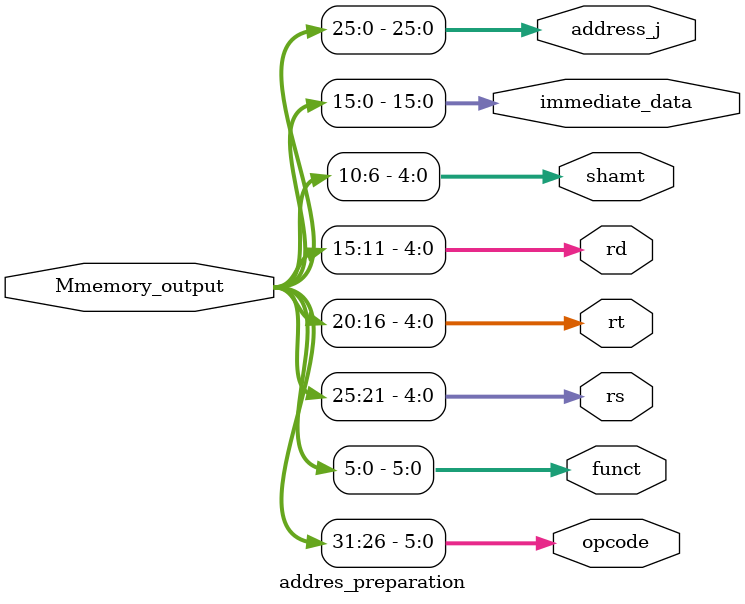
<source format=v>
module addres_preparation
(
	input [31:0] Mmemory_output,	//rom instruction content
	
	output [5:0] opcode, 
	output [5: 0]funct, 		//select the function
	output [4 : 0]rs,		 	//source 1
	output [4 : 0]rt,		 	//source 2
	output [4 : 0]rd,		  	//Destination: 15:11 bit (R type)
	output [4:0] shamt,			//Shamt field for R type instruction
	output [15:0] immediate_data, //immediate field for I instruction
	output [25:0] address_j		//address field for J instruction
);

/**************************************************
   31    26|25  21|20  16|15  11|10      6|5     0|
   ------------------------------------------------
R:	|opcode|  rs  |  rt  |  rd  |  shamt  | funct |
I:	|opcode|  rs  |  rt  |     immediate 		  |
J:	|opcode|			address					  |
 **************************************************/
assign opcode 	= Mmemory_output[31:26];	
assign rs 		= Mmemory_output[25:21];
assign rt 		= Mmemory_output[20:16];
assign rd 		= Mmemory_output[15:11];
assign shamt 	= Mmemory_output[10:6 ];
assign funct 	= Mmemory_output[ 5:0 ];
assign address_j= Mmemory_output[25:0 ];
assign immediate_data = Mmemory_output[15:0];




endmodule
</source>
